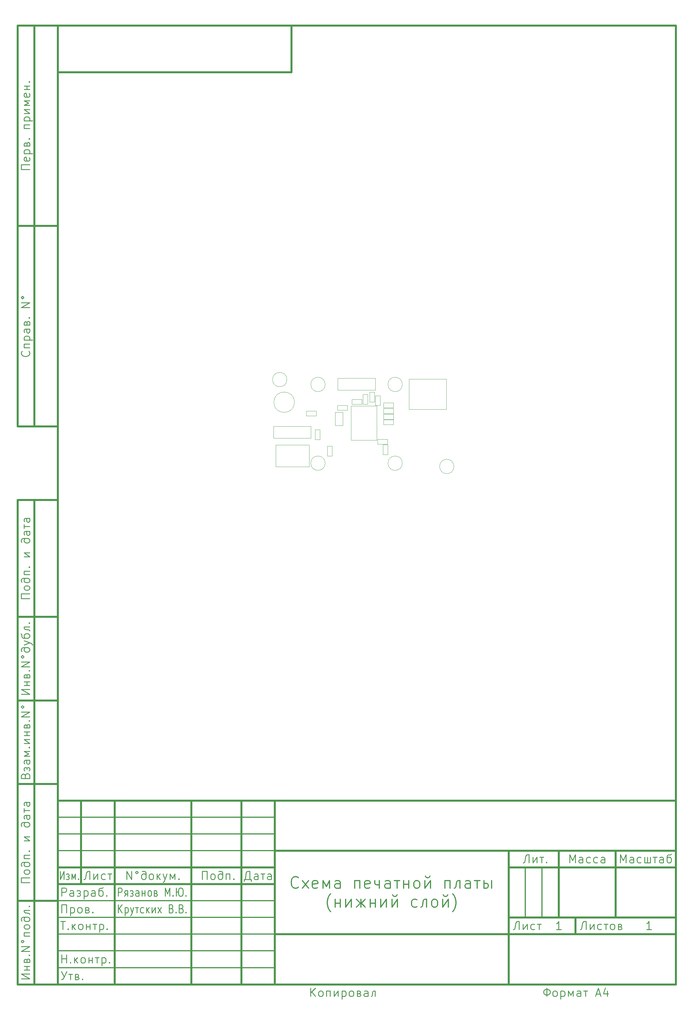
<source format=gbr>
%TF.GenerationSoftware,KiCad,Pcbnew,(6.0.0)*%
%TF.CreationDate,2022-01-12T10:47:11+03:00*%
%TF.ProjectId,Curse_PCB,43757273-655f-4504-9342-2e6b69636164,rev?*%
%TF.SameCoordinates,Original*%
%TF.FileFunction,Other,User*%
%FSLAX46Y46*%
G04 Gerber Fmt 4.6, Leading zero omitted, Abs format (unit mm)*
G04 Created by KiCad (PCBNEW (6.0.0)) date 2022-01-12 10:47:11*
%MOMM*%
%LPD*%
G01*
G04 APERTURE LIST*
%ADD10C,0.100000*%
%ADD11C,0.600000*%
%ADD12C,0.300000*%
%ADD13C,0.250000*%
%ADD14C,0.350000*%
%ADD15C,0.500000*%
%ADD16C,0.050000*%
G04 APERTURE END LIST*
D10*
D11*
X20000000Y-292002200D02*
X20000000Y-5000000D01*
X205007200Y-5000000D01*
X205007200Y-292002200D01*
X20000000Y-292002200D01*
D10*
D11*
X8000000Y-232002200D02*
X20000000Y-232002200D01*
D10*
D11*
X8000000Y-207002200D02*
X20000000Y-207002200D01*
D10*
D11*
X8000000Y-182002200D02*
X20000000Y-182002200D01*
D10*
D11*
X90000000Y-5000000D02*
X90000000Y-19000000D01*
D10*
D11*
X20000000Y-19000000D02*
X90000000Y-19000000D01*
D10*
D11*
X8000000Y-147002200D02*
X20000000Y-147002200D01*
D10*
D11*
X8000000Y-292002200D02*
X20000000Y-292002200D01*
D10*
D11*
X8000000Y-267002200D02*
X20000000Y-267002200D01*
D10*
D11*
X85007200Y-237002200D02*
X85007200Y-292002200D01*
D10*
D11*
X75007200Y-237002200D02*
X75007200Y-292002200D01*
D10*
D11*
X60007200Y-237002200D02*
X60007200Y-292002200D01*
D10*
D11*
X37007200Y-237002200D02*
X37007200Y-292002200D01*
D10*
D11*
X27007200Y-237002200D02*
X27007200Y-262002200D01*
D10*
D12*
X20007200Y-252002200D02*
X85007200Y-252002200D01*
D10*
D12*
X20007200Y-247002200D02*
X85007200Y-247002200D01*
D10*
D12*
X20007200Y-242002200D02*
X85007200Y-242002200D01*
D10*
D11*
X20007200Y-262002200D02*
X85007200Y-262002200D01*
D10*
D11*
X20007200Y-257002200D02*
X85007200Y-257002200D01*
D10*
D12*
X20007200Y-287002200D02*
X85007200Y-287002200D01*
D10*
D12*
X20007200Y-282002200D02*
X85007200Y-282002200D01*
D10*
D12*
X20007200Y-277002200D02*
X85007200Y-277002200D01*
D10*
D12*
X20007200Y-272002200D02*
X85007200Y-272002200D01*
D10*
D12*
X20007200Y-267002200D02*
X85007200Y-267002200D01*
D10*
D11*
X20007200Y-237002200D02*
X205007200Y-237002200D01*
D10*
D11*
X8000000Y-147002200D02*
X8000000Y-292002200D01*
D10*
D11*
X13000000Y-147002200D02*
X13000000Y-292002200D01*
D10*
D12*
X160007200Y-257002200D02*
X160007200Y-272002200D01*
D10*
D12*
X165007200Y-257002200D02*
X165007200Y-272002200D01*
D10*
D11*
X170007200Y-252002200D02*
X170007200Y-272002200D01*
D10*
D11*
X187007200Y-252002200D02*
X187007200Y-272002200D01*
D10*
D11*
X155007200Y-272002200D02*
X205007200Y-272002200D01*
D10*
D11*
X155007200Y-257002200D02*
X205007200Y-257002200D01*
D10*
D11*
X155007200Y-252002200D02*
X155007200Y-292002200D01*
D10*
D11*
X85007200Y-277002200D02*
X205007200Y-277002200D01*
D10*
D11*
X85007200Y-252002200D02*
X205007200Y-252002200D01*
D10*
D11*
X20007200Y-292002200D02*
X20007200Y-237002200D01*
D10*
D11*
X175007200Y-272002200D02*
X175007200Y-277002200D01*
D10*
D11*
X8000000Y-5002200D02*
X20000000Y-5002200D01*
D10*
D11*
X8000000Y-65002200D02*
X20000000Y-65002200D01*
D10*
D11*
X8000000Y-125002200D02*
X20000000Y-125002200D01*
D10*
D11*
X8000000Y-5002200D02*
X8000000Y-125002200D01*
D10*
D11*
X13000000Y-5002200D02*
X13000000Y-125002200D01*
D10*
D13*
X40709580Y-260633152D02*
X40709580Y-258133152D01*
X42138152Y-260633152D01*
X42138152Y-258133152D01*
X43685771Y-258133152D02*
X43447676Y-258252200D01*
X43328628Y-258490295D01*
X43447676Y-258728390D01*
X43685771Y-258847438D01*
X43923866Y-258728390D01*
X44042914Y-258490295D01*
X43923866Y-258252200D01*
X43685771Y-258133152D01*
X46423866Y-259204580D02*
X46304819Y-259085533D01*
X46066723Y-258966485D01*
X45590533Y-258966485D01*
X45352438Y-259085533D01*
X45233390Y-259204580D01*
X45114342Y-259442676D01*
X45114342Y-260156961D01*
X45233390Y-260395057D01*
X45352438Y-260514104D01*
X45590533Y-260633152D01*
X45947676Y-260633152D01*
X46185771Y-260514104D01*
X46304819Y-260395057D01*
X46423866Y-260156961D01*
X46423866Y-258609342D01*
X46304819Y-258371247D01*
X46185771Y-258252200D01*
X45947676Y-258133152D01*
X45471485Y-258133152D01*
X45233390Y-258252200D01*
X47852438Y-260633152D02*
X47614342Y-260514104D01*
X47495295Y-260395057D01*
X47376247Y-260156961D01*
X47376247Y-259442676D01*
X47495295Y-259204580D01*
X47614342Y-259085533D01*
X47852438Y-258966485D01*
X48209580Y-258966485D01*
X48447676Y-259085533D01*
X48566723Y-259204580D01*
X48685771Y-259442676D01*
X48685771Y-260156961D01*
X48566723Y-260395057D01*
X48447676Y-260514104D01*
X48209580Y-260633152D01*
X47852438Y-260633152D01*
X49757200Y-258966485D02*
X49757200Y-260633152D01*
X49995295Y-259680771D02*
X50709580Y-260633152D01*
X50709580Y-258966485D02*
X49757200Y-259918866D01*
X51542914Y-258966485D02*
X52138152Y-260633152D01*
X52733390Y-258966485D02*
X52138152Y-260633152D01*
X51900057Y-261228390D01*
X51781009Y-261347438D01*
X51542914Y-261466485D01*
X53685771Y-260633152D02*
X53685771Y-258966485D01*
X54400057Y-260276009D01*
X55114342Y-258966485D01*
X55114342Y-260633152D01*
X56304819Y-260395057D02*
X56423866Y-260514104D01*
X56304819Y-260633152D01*
X56185771Y-260514104D01*
X56304819Y-260395057D01*
X56304819Y-260633152D01*
D10*
D13*
X10321428Y-229561723D02*
X10440476Y-229204580D01*
X10559523Y-229085533D01*
X10797619Y-228966485D01*
X11154761Y-228966485D01*
X11392857Y-229085533D01*
X11511904Y-229204580D01*
X11630952Y-229442676D01*
X11630952Y-230395057D01*
X9130952Y-230395057D01*
X9130952Y-229561723D01*
X9250000Y-229323628D01*
X9369047Y-229204580D01*
X9607142Y-229085533D01*
X9845238Y-229085533D01*
X10083333Y-229204580D01*
X10202380Y-229323628D01*
X10321428Y-229561723D01*
X10321428Y-230395057D01*
X10797619Y-227656961D02*
X10797619Y-227418866D01*
X10083333Y-228133152D02*
X9964285Y-227895057D01*
X9964285Y-227418866D01*
X10083333Y-227180771D01*
X10321428Y-227061723D01*
X10440476Y-227061723D01*
X10678571Y-227180771D01*
X10797619Y-227418866D01*
X10916666Y-227180771D01*
X11154761Y-227061723D01*
X11273809Y-227061723D01*
X11511904Y-227180771D01*
X11630952Y-227418866D01*
X11630952Y-227895057D01*
X11511904Y-228133152D01*
X11630952Y-224918866D02*
X10321428Y-224918866D01*
X10083333Y-225037914D01*
X9964285Y-225276009D01*
X9964285Y-225752200D01*
X10083333Y-225990295D01*
X11511904Y-224918866D02*
X11630952Y-225156961D01*
X11630952Y-225752200D01*
X11511904Y-225990295D01*
X11273809Y-226109342D01*
X11035714Y-226109342D01*
X10797619Y-225990295D01*
X10678571Y-225752200D01*
X10678571Y-225156961D01*
X10559523Y-224918866D01*
X11630952Y-223728390D02*
X9964285Y-223728390D01*
X11273809Y-223014104D01*
X9964285Y-222299819D01*
X11630952Y-222299819D01*
X11392857Y-221109342D02*
X11511904Y-220990295D01*
X11630952Y-221109342D01*
X11511904Y-221228390D01*
X11392857Y-221109342D01*
X11630952Y-221109342D01*
X9964285Y-219918866D02*
X11630952Y-219918866D01*
X9964285Y-218728390D01*
X11630952Y-218728390D01*
X10797619Y-217537914D02*
X10797619Y-216466485D01*
X9964285Y-217537914D02*
X11630952Y-217537914D01*
X9964285Y-216466485D02*
X11630952Y-216466485D01*
X10797619Y-214680771D02*
X10916666Y-214323628D01*
X11154761Y-214204580D01*
X11273809Y-214204580D01*
X11511904Y-214323628D01*
X11630952Y-214561723D01*
X11630952Y-215276009D01*
X9964285Y-215276009D01*
X9964285Y-214680771D01*
X10083333Y-214442676D01*
X10321428Y-214323628D01*
X10440476Y-214323628D01*
X10678571Y-214442676D01*
X10797619Y-214680771D01*
X10797619Y-215276009D01*
X11392857Y-213133152D02*
X11511904Y-213014104D01*
X11630952Y-213133152D01*
X11511904Y-213252200D01*
X11392857Y-213133152D01*
X11630952Y-213133152D01*
X11630952Y-211942676D02*
X9130952Y-211942676D01*
X11630952Y-210514104D01*
X9130952Y-210514104D01*
X9130952Y-208966485D02*
X9250000Y-209204580D01*
X9488095Y-209323628D01*
X9726190Y-209204580D01*
X9845238Y-208966485D01*
X9726190Y-208728390D01*
X9488095Y-208609342D01*
X9250000Y-208728390D01*
X9130952Y-208966485D01*
D10*
D13*
X77983390Y-261228390D02*
X77983390Y-260633152D01*
X75840533Y-260633152D01*
X75840533Y-261228390D01*
X77507200Y-260633152D02*
X77507200Y-258133152D01*
X76911961Y-258133152D01*
X76673866Y-258252200D01*
X76554819Y-258371247D01*
X76435771Y-258609342D01*
X76197676Y-260633152D01*
X80007200Y-260633152D02*
X80007200Y-259323628D01*
X79888152Y-259085533D01*
X79650057Y-258966485D01*
X79173866Y-258966485D01*
X78935771Y-259085533D01*
X80007200Y-260514104D02*
X79769104Y-260633152D01*
X79173866Y-260633152D01*
X78935771Y-260514104D01*
X78816723Y-260276009D01*
X78816723Y-260037914D01*
X78935771Y-259799819D01*
X79173866Y-259680771D01*
X79769104Y-259680771D01*
X80007200Y-259561723D01*
X80840533Y-258966485D02*
X82031009Y-258966485D01*
X81435771Y-258966485D02*
X81435771Y-260633152D01*
X83935771Y-260633152D02*
X83935771Y-259323628D01*
X83816723Y-259085533D01*
X83578628Y-258966485D01*
X83102438Y-258966485D01*
X82864342Y-259085533D01*
X83935771Y-260514104D02*
X83697676Y-260633152D01*
X83102438Y-260633152D01*
X82864342Y-260514104D01*
X82745295Y-260276009D01*
X82745295Y-260037914D01*
X82864342Y-259799819D01*
X83102438Y-259680771D01*
X83697676Y-259680771D01*
X83935771Y-259561723D01*
D10*
D13*
X20822225Y-258133152D02*
X20822225Y-260633152D01*
X21896215Y-258133152D01*
X21896215Y-260633152D01*
X22970205Y-259799819D02*
X23149203Y-259799819D01*
X22612208Y-259085533D02*
X22791206Y-258966485D01*
X23149203Y-258966485D01*
X23328201Y-259085533D01*
X23417700Y-259323628D01*
X23417700Y-259442676D01*
X23328201Y-259680771D01*
X23149203Y-259799819D01*
X23328201Y-259918866D01*
X23417700Y-260156961D01*
X23417700Y-260276009D01*
X23328201Y-260514104D01*
X23149203Y-260633152D01*
X22791206Y-260633152D01*
X22612208Y-260514104D01*
X24223193Y-260633152D02*
X24223193Y-258966485D01*
X24760188Y-260276009D01*
X25297182Y-258966485D01*
X25297182Y-260633152D01*
X26192174Y-260395057D02*
X26281673Y-260514104D01*
X26192174Y-260633152D01*
X26102675Y-260514104D01*
X26192174Y-260395057D01*
X26192174Y-260633152D01*
D10*
D13*
X9130952Y-205156961D02*
X11630952Y-205156961D01*
X9130952Y-203728390D01*
X11630952Y-203728390D01*
X10797619Y-202537914D02*
X10797619Y-201466485D01*
X9964285Y-202537914D02*
X11630952Y-202537914D01*
X9964285Y-201466485D02*
X11630952Y-201466485D01*
X10797619Y-199680771D02*
X10916666Y-199323628D01*
X11154761Y-199204580D01*
X11273809Y-199204580D01*
X11511904Y-199323628D01*
X11630952Y-199561723D01*
X11630952Y-200276009D01*
X9964285Y-200276009D01*
X9964285Y-199680771D01*
X10083333Y-199442676D01*
X10321428Y-199323628D01*
X10440476Y-199323628D01*
X10678571Y-199442676D01*
X10797619Y-199680771D01*
X10797619Y-200276009D01*
X11392857Y-198133152D02*
X11511904Y-198014104D01*
X11630952Y-198133152D01*
X11511904Y-198252200D01*
X11392857Y-198133152D01*
X11630952Y-198133152D01*
X11630952Y-196942676D02*
X9130952Y-196942676D01*
X11630952Y-195514104D01*
X9130952Y-195514104D01*
X9130952Y-193966485D02*
X9250000Y-194204580D01*
X9488095Y-194323628D01*
X9726190Y-194204580D01*
X9845238Y-193966485D01*
X9726190Y-193728390D01*
X9488095Y-193609342D01*
X9250000Y-193728390D01*
X9130952Y-193966485D01*
X10202380Y-191228390D02*
X10083333Y-191347438D01*
X9964285Y-191585533D01*
X9964285Y-192061723D01*
X10083333Y-192299819D01*
X10202380Y-192418866D01*
X10440476Y-192537914D01*
X11154761Y-192537914D01*
X11392857Y-192418866D01*
X11511904Y-192299819D01*
X11630952Y-192061723D01*
X11630952Y-191704580D01*
X11511904Y-191466485D01*
X11392857Y-191347438D01*
X11154761Y-191228390D01*
X9607142Y-191228390D01*
X9369047Y-191347438D01*
X9250000Y-191466485D01*
X9130952Y-191704580D01*
X9130952Y-192180771D01*
X9250000Y-192418866D01*
X9964285Y-190395057D02*
X11630952Y-189799819D01*
X9964285Y-189204580D02*
X11630952Y-189799819D01*
X12226190Y-190037914D01*
X12345238Y-190156961D01*
X12464285Y-190395057D01*
X9011904Y-187061723D02*
X9130952Y-187180771D01*
X9250000Y-187418866D01*
X9250000Y-187895057D01*
X9369047Y-188133152D01*
X9488095Y-188252200D01*
X9726190Y-188371247D01*
X11154761Y-188371247D01*
X11392857Y-188252200D01*
X11511904Y-188133152D01*
X11630952Y-187895057D01*
X11630952Y-187537914D01*
X11511904Y-187299819D01*
X11392857Y-187180771D01*
X11154761Y-187061723D01*
X10440476Y-187061723D01*
X10202380Y-187180771D01*
X10083333Y-187299819D01*
X9964285Y-187537914D01*
X9964285Y-188014104D01*
X10083333Y-188252200D01*
X10202380Y-188371247D01*
X11630952Y-185037914D02*
X9964285Y-185037914D01*
X9964285Y-185395057D01*
X10083333Y-185633152D01*
X10321428Y-185752200D01*
X11273809Y-185871247D01*
X11511904Y-185990295D01*
X11630952Y-186228390D01*
X11392857Y-183847438D02*
X11511904Y-183728390D01*
X11630952Y-183847438D01*
X11511904Y-183966485D01*
X11392857Y-183847438D01*
X11630952Y-183847438D01*
D10*
D13*
X9130952Y-290335533D02*
X11630952Y-290335533D01*
X9130952Y-288906961D01*
X11630952Y-288906961D01*
X10797619Y-287716485D02*
X10797619Y-286645057D01*
X9964285Y-287716485D02*
X11630952Y-287716485D01*
X9964285Y-286645057D02*
X11630952Y-286645057D01*
X10797619Y-284859342D02*
X10916666Y-284502200D01*
X11154761Y-284383152D01*
X11273809Y-284383152D01*
X11511904Y-284502200D01*
X11630952Y-284740295D01*
X11630952Y-285454580D01*
X9964285Y-285454580D01*
X9964285Y-284859342D01*
X10083333Y-284621247D01*
X10321428Y-284502200D01*
X10440476Y-284502200D01*
X10678571Y-284621247D01*
X10797619Y-284859342D01*
X10797619Y-285454580D01*
X11392857Y-283311723D02*
X11511904Y-283192676D01*
X11630952Y-283311723D01*
X11511904Y-283430771D01*
X11392857Y-283311723D01*
X11630952Y-283311723D01*
X11630952Y-282121247D02*
X9130952Y-282121247D01*
X11630952Y-280692676D01*
X9130952Y-280692676D01*
X9130952Y-279145057D02*
X9250000Y-279383152D01*
X9488095Y-279502200D01*
X9726190Y-279383152D01*
X9845238Y-279145057D01*
X9726190Y-278906961D01*
X9488095Y-278787914D01*
X9250000Y-278906961D01*
X9130952Y-279145057D01*
X11630952Y-277597438D02*
X9964285Y-277597438D01*
X9964285Y-276526009D01*
X11630952Y-276526009D01*
X11630952Y-274978390D02*
X11511904Y-275216485D01*
X11392857Y-275335533D01*
X11154761Y-275454580D01*
X10440476Y-275454580D01*
X10202380Y-275335533D01*
X10083333Y-275216485D01*
X9964285Y-274978390D01*
X9964285Y-274621247D01*
X10083333Y-274383152D01*
X10202380Y-274264104D01*
X10440476Y-274145057D01*
X11154761Y-274145057D01*
X11392857Y-274264104D01*
X11511904Y-274383152D01*
X11630952Y-274621247D01*
X11630952Y-274978390D01*
X10202380Y-271883152D02*
X10083333Y-272002200D01*
X9964285Y-272240295D01*
X9964285Y-272716485D01*
X10083333Y-272954580D01*
X10202380Y-273073628D01*
X10440476Y-273192676D01*
X11154761Y-273192676D01*
X11392857Y-273073628D01*
X11511904Y-272954580D01*
X11630952Y-272716485D01*
X11630952Y-272359342D01*
X11511904Y-272121247D01*
X11392857Y-272002200D01*
X11154761Y-271883152D01*
X9607142Y-271883152D01*
X9369047Y-272002200D01*
X9250000Y-272121247D01*
X9130952Y-272359342D01*
X9130952Y-272835533D01*
X9250000Y-273073628D01*
X11630952Y-269859342D02*
X9964285Y-269859342D01*
X9964285Y-270216485D01*
X10083333Y-270454580D01*
X10321428Y-270573628D01*
X11273809Y-270692676D01*
X11511904Y-270811723D01*
X11630952Y-271049819D01*
X11392857Y-268668866D02*
X11511904Y-268549819D01*
X11630952Y-268668866D01*
X11511904Y-268787914D01*
X11392857Y-268668866D01*
X11630952Y-268668866D01*
D10*
D13*
X95727438Y-295633152D02*
X95727438Y-293133152D01*
X97156009Y-295633152D02*
X96084580Y-294204580D01*
X97156009Y-293133152D02*
X95727438Y-294561723D01*
X98584580Y-295633152D02*
X98346485Y-295514104D01*
X98227438Y-295395057D01*
X98108390Y-295156961D01*
X98108390Y-294442676D01*
X98227438Y-294204580D01*
X98346485Y-294085533D01*
X98584580Y-293966485D01*
X98941723Y-293966485D01*
X99179819Y-294085533D01*
X99298866Y-294204580D01*
X99417914Y-294442676D01*
X99417914Y-295156961D01*
X99298866Y-295395057D01*
X99179819Y-295514104D01*
X98941723Y-295633152D01*
X98584580Y-295633152D01*
X100489342Y-295633152D02*
X100489342Y-293966485D01*
X101560771Y-293966485D01*
X101560771Y-295633152D01*
X102751247Y-293966485D02*
X102751247Y-295633152D01*
X103941723Y-293966485D01*
X103941723Y-295633152D01*
X105132200Y-293966485D02*
X105132200Y-296466485D01*
X105132200Y-294085533D02*
X105370295Y-293966485D01*
X105846485Y-293966485D01*
X106084580Y-294085533D01*
X106203628Y-294204580D01*
X106322676Y-294442676D01*
X106322676Y-295156961D01*
X106203628Y-295395057D01*
X106084580Y-295514104D01*
X105846485Y-295633152D01*
X105370295Y-295633152D01*
X105132200Y-295514104D01*
X107751247Y-295633152D02*
X107513152Y-295514104D01*
X107394104Y-295395057D01*
X107275057Y-295156961D01*
X107275057Y-294442676D01*
X107394104Y-294204580D01*
X107513152Y-294085533D01*
X107751247Y-293966485D01*
X108108390Y-293966485D01*
X108346485Y-294085533D01*
X108465533Y-294204580D01*
X108584580Y-294442676D01*
X108584580Y-295156961D01*
X108465533Y-295395057D01*
X108346485Y-295514104D01*
X108108390Y-295633152D01*
X107751247Y-295633152D01*
X110251247Y-294799819D02*
X110608390Y-294918866D01*
X110727438Y-295156961D01*
X110727438Y-295276009D01*
X110608390Y-295514104D01*
X110370295Y-295633152D01*
X109656009Y-295633152D01*
X109656009Y-293966485D01*
X110251247Y-293966485D01*
X110489342Y-294085533D01*
X110608390Y-294323628D01*
X110608390Y-294442676D01*
X110489342Y-294680771D01*
X110251247Y-294799819D01*
X109656009Y-294799819D01*
X112870295Y-295633152D02*
X112870295Y-294323628D01*
X112751247Y-294085533D01*
X112513152Y-293966485D01*
X112036961Y-293966485D01*
X111798866Y-294085533D01*
X112870295Y-295514104D02*
X112632200Y-295633152D01*
X112036961Y-295633152D01*
X111798866Y-295514104D01*
X111679819Y-295276009D01*
X111679819Y-295037914D01*
X111798866Y-294799819D01*
X112036961Y-294680771D01*
X112632200Y-294680771D01*
X112870295Y-294561723D01*
X115013152Y-295633152D02*
X115013152Y-293966485D01*
X114656009Y-293966485D01*
X114417914Y-294085533D01*
X114298866Y-294323628D01*
X114179819Y-295276009D01*
X114060771Y-295514104D01*
X113822676Y-295633152D01*
D10*
D13*
X158156009Y-275633152D02*
X158156009Y-273133152D01*
X157798866Y-273133152D01*
X157441723Y-273252200D01*
X157203628Y-273490295D01*
X157084580Y-273847438D01*
X156846485Y-275276009D01*
X156727438Y-275514104D01*
X156489342Y-275633152D01*
X156370295Y-275633152D01*
X159346485Y-273966485D02*
X159346485Y-275633152D01*
X160536961Y-273966485D01*
X160536961Y-275633152D01*
X162798866Y-275514104D02*
X162560771Y-275633152D01*
X162084580Y-275633152D01*
X161846485Y-275514104D01*
X161727438Y-275395057D01*
X161608390Y-275156961D01*
X161608390Y-274442676D01*
X161727438Y-274204580D01*
X161846485Y-274085533D01*
X162084580Y-273966485D01*
X162560771Y-273966485D01*
X162798866Y-274085533D01*
X163513152Y-273966485D02*
X164703628Y-273966485D01*
X164108390Y-273966485D02*
X164108390Y-275633152D01*
D10*
D13*
X29626247Y-260633152D02*
X29626247Y-258133152D01*
X29269104Y-258133152D01*
X28911961Y-258252200D01*
X28673866Y-258490295D01*
X28554819Y-258847438D01*
X28316723Y-260276009D01*
X28197676Y-260514104D01*
X27959580Y-260633152D01*
X27840533Y-260633152D01*
X30816723Y-258966485D02*
X30816723Y-260633152D01*
X32007200Y-258966485D01*
X32007200Y-260633152D01*
X34269104Y-260514104D02*
X34031009Y-260633152D01*
X33554819Y-260633152D01*
X33316723Y-260514104D01*
X33197676Y-260395057D01*
X33078628Y-260156961D01*
X33078628Y-259442676D01*
X33197676Y-259204580D01*
X33316723Y-259085533D01*
X33554819Y-258966485D01*
X34031009Y-258966485D01*
X34269104Y-259085533D01*
X34983390Y-258966485D02*
X36173866Y-258966485D01*
X35578628Y-258966485D02*
X35578628Y-260633152D01*
D10*
D13*
X178156009Y-275633152D02*
X178156009Y-273133152D01*
X177798866Y-273133152D01*
X177441723Y-273252200D01*
X177203628Y-273490295D01*
X177084580Y-273847438D01*
X176846485Y-275276009D01*
X176727438Y-275514104D01*
X176489342Y-275633152D01*
X176370295Y-275633152D01*
X179346485Y-273966485D02*
X179346485Y-275633152D01*
X180536961Y-273966485D01*
X180536961Y-275633152D01*
X182798866Y-275514104D02*
X182560771Y-275633152D01*
X182084580Y-275633152D01*
X181846485Y-275514104D01*
X181727438Y-275395057D01*
X181608390Y-275156961D01*
X181608390Y-274442676D01*
X181727438Y-274204580D01*
X181846485Y-274085533D01*
X182084580Y-273966485D01*
X182560771Y-273966485D01*
X182798866Y-274085533D01*
X183513152Y-273966485D02*
X184703628Y-273966485D01*
X184108390Y-273966485D02*
X184108390Y-275633152D01*
X185894104Y-275633152D02*
X185656009Y-275514104D01*
X185536961Y-275395057D01*
X185417914Y-275156961D01*
X185417914Y-274442676D01*
X185536961Y-274204580D01*
X185656009Y-274085533D01*
X185894104Y-273966485D01*
X186251247Y-273966485D01*
X186489342Y-274085533D01*
X186608390Y-274204580D01*
X186727438Y-274442676D01*
X186727438Y-275156961D01*
X186608390Y-275395057D01*
X186489342Y-275514104D01*
X186251247Y-275633152D01*
X185894104Y-275633152D01*
X188394104Y-274799819D02*
X188751247Y-274918866D01*
X188870295Y-275156961D01*
X188870295Y-275276009D01*
X188751247Y-275514104D01*
X188513152Y-275633152D01*
X187798866Y-275633152D01*
X187798866Y-273966485D01*
X188394104Y-273966485D01*
X188632200Y-274085533D01*
X188751247Y-274323628D01*
X188751247Y-274442676D01*
X188632200Y-274680771D01*
X188394104Y-274799819D01*
X187798866Y-274799819D01*
D10*
D13*
X161102438Y-255633152D02*
X161102438Y-253133152D01*
X160745295Y-253133152D01*
X160388152Y-253252200D01*
X160150057Y-253490295D01*
X160031009Y-253847438D01*
X159792914Y-255276009D01*
X159673866Y-255514104D01*
X159435771Y-255633152D01*
X159316723Y-255633152D01*
X162292914Y-253966485D02*
X162292914Y-255633152D01*
X163483390Y-253966485D01*
X163483390Y-255633152D01*
X164316723Y-253966485D02*
X165507200Y-253966485D01*
X164911961Y-253966485D02*
X164911961Y-255633152D01*
X166340533Y-255395057D02*
X166459580Y-255514104D01*
X166340533Y-255633152D01*
X166221485Y-255514104D01*
X166340533Y-255395057D01*
X166340533Y-255633152D01*
D10*
D13*
X173269104Y-255633152D02*
X173269104Y-253133152D01*
X174102438Y-254918866D01*
X174935771Y-253133152D01*
X174935771Y-255633152D01*
X177197676Y-255633152D02*
X177197676Y-254323628D01*
X177078628Y-254085533D01*
X176840533Y-253966485D01*
X176364342Y-253966485D01*
X176126247Y-254085533D01*
X177197676Y-255514104D02*
X176959580Y-255633152D01*
X176364342Y-255633152D01*
X176126247Y-255514104D01*
X176007200Y-255276009D01*
X176007200Y-255037914D01*
X176126247Y-254799819D01*
X176364342Y-254680771D01*
X176959580Y-254680771D01*
X177197676Y-254561723D01*
X179459580Y-255514104D02*
X179221485Y-255633152D01*
X178745295Y-255633152D01*
X178507200Y-255514104D01*
X178388152Y-255395057D01*
X178269104Y-255156961D01*
X178269104Y-254442676D01*
X178388152Y-254204580D01*
X178507200Y-254085533D01*
X178745295Y-253966485D01*
X179221485Y-253966485D01*
X179459580Y-254085533D01*
X181602438Y-255514104D02*
X181364342Y-255633152D01*
X180888152Y-255633152D01*
X180650057Y-255514104D01*
X180531009Y-255395057D01*
X180411961Y-255156961D01*
X180411961Y-254442676D01*
X180531009Y-254204580D01*
X180650057Y-254085533D01*
X180888152Y-253966485D01*
X181364342Y-253966485D01*
X181602438Y-254085533D01*
X183745295Y-255633152D02*
X183745295Y-254323628D01*
X183626247Y-254085533D01*
X183388152Y-253966485D01*
X182911961Y-253966485D01*
X182673866Y-254085533D01*
X183745295Y-255514104D02*
X183507200Y-255633152D01*
X182911961Y-255633152D01*
X182673866Y-255514104D01*
X182554819Y-255276009D01*
X182554819Y-255037914D01*
X182673866Y-254799819D01*
X182911961Y-254680771D01*
X183507200Y-254680771D01*
X183745295Y-254561723D01*
D10*
D13*
X188447676Y-255633152D02*
X188447676Y-253133152D01*
X189281009Y-254918866D01*
X190114342Y-253133152D01*
X190114342Y-255633152D01*
X192376247Y-255633152D02*
X192376247Y-254323628D01*
X192257200Y-254085533D01*
X192019104Y-253966485D01*
X191542914Y-253966485D01*
X191304819Y-254085533D01*
X192376247Y-255514104D02*
X192138152Y-255633152D01*
X191542914Y-255633152D01*
X191304819Y-255514104D01*
X191185771Y-255276009D01*
X191185771Y-255037914D01*
X191304819Y-254799819D01*
X191542914Y-254680771D01*
X192138152Y-254680771D01*
X192376247Y-254561723D01*
X194638152Y-255514104D02*
X194400057Y-255633152D01*
X193923866Y-255633152D01*
X193685771Y-255514104D01*
X193566723Y-255395057D01*
X193447676Y-255156961D01*
X193447676Y-254442676D01*
X193566723Y-254204580D01*
X193685771Y-254085533D01*
X193923866Y-253966485D01*
X194400057Y-253966485D01*
X194638152Y-254085533D01*
X196542914Y-253966485D02*
X196542914Y-255633152D01*
X195709580Y-253966485D02*
X195709580Y-255633152D01*
X197376247Y-255633152D01*
X197376247Y-253966485D01*
X198209580Y-253966485D02*
X199400057Y-253966485D01*
X198804819Y-253966485D02*
X198804819Y-255633152D01*
X201304819Y-255633152D02*
X201304819Y-254323628D01*
X201185771Y-254085533D01*
X200947676Y-253966485D01*
X200471485Y-253966485D01*
X200233390Y-254085533D01*
X201304819Y-255514104D02*
X201066723Y-255633152D01*
X200471485Y-255633152D01*
X200233390Y-255514104D01*
X200114342Y-255276009D01*
X200114342Y-255037914D01*
X200233390Y-254799819D01*
X200471485Y-254680771D01*
X201066723Y-254680771D01*
X201304819Y-254561723D01*
X203685771Y-253014104D02*
X203566723Y-253133152D01*
X203328628Y-253252200D01*
X202852438Y-253252200D01*
X202614342Y-253371247D01*
X202495295Y-253490295D01*
X202376247Y-253728390D01*
X202376247Y-255156961D01*
X202495295Y-255395057D01*
X202614342Y-255514104D01*
X202852438Y-255633152D01*
X203209580Y-255633152D01*
X203447676Y-255514104D01*
X203566723Y-255395057D01*
X203685771Y-255156961D01*
X203685771Y-254442676D01*
X203566723Y-254204580D01*
X203447676Y-254085533D01*
X203209580Y-253966485D01*
X202733390Y-253966485D01*
X202495295Y-254085533D01*
X202376247Y-254204580D01*
D10*
D13*
X21227438Y-285633152D02*
X21227438Y-283133152D01*
X21227438Y-284323628D02*
X22656009Y-284323628D01*
X22656009Y-285633152D02*
X22656009Y-283133152D01*
X23846485Y-285395057D02*
X23965533Y-285514104D01*
X23846485Y-285633152D01*
X23727438Y-285514104D01*
X23846485Y-285395057D01*
X23846485Y-285633152D01*
X25036961Y-283966485D02*
X25036961Y-285633152D01*
X25275057Y-284680771D02*
X25989342Y-285633152D01*
X25989342Y-283966485D02*
X25036961Y-284918866D01*
X27417914Y-285633152D02*
X27179819Y-285514104D01*
X27060771Y-285395057D01*
X26941723Y-285156961D01*
X26941723Y-284442676D01*
X27060771Y-284204580D01*
X27179819Y-284085533D01*
X27417914Y-283966485D01*
X27775057Y-283966485D01*
X28013152Y-284085533D01*
X28132200Y-284204580D01*
X28251247Y-284442676D01*
X28251247Y-285156961D01*
X28132200Y-285395057D01*
X28013152Y-285514104D01*
X27775057Y-285633152D01*
X27417914Y-285633152D01*
X29322676Y-284799819D02*
X30394104Y-284799819D01*
X29322676Y-283966485D02*
X29322676Y-285633152D01*
X30394104Y-283966485D02*
X30394104Y-285633152D01*
X31227438Y-283966485D02*
X32417914Y-283966485D01*
X31822676Y-283966485D02*
X31822676Y-285633152D01*
X33251247Y-283966485D02*
X33251247Y-286466485D01*
X33251247Y-284085533D02*
X33489342Y-283966485D01*
X33965533Y-283966485D01*
X34203628Y-284085533D01*
X34322676Y-284204580D01*
X34441723Y-284442676D01*
X34441723Y-285156961D01*
X34322676Y-285395057D01*
X34203628Y-285514104D01*
X33965533Y-285633152D01*
X33489342Y-285633152D01*
X33251247Y-285514104D01*
X35513152Y-285395057D02*
X35632200Y-285514104D01*
X35513152Y-285633152D01*
X35394104Y-285514104D01*
X35513152Y-285395057D01*
X35513152Y-285633152D01*
D10*
D13*
X11630952Y-48097438D02*
X9130952Y-48097438D01*
X9130952Y-46668866D01*
X11630952Y-46668866D01*
X11511904Y-44526009D02*
X11630952Y-44764104D01*
X11630952Y-45240295D01*
X11511904Y-45478390D01*
X11273809Y-45597438D01*
X10321428Y-45597438D01*
X10083333Y-45478390D01*
X9964285Y-45240295D01*
X9964285Y-44764104D01*
X10083333Y-44526009D01*
X10321428Y-44406961D01*
X10559523Y-44406961D01*
X10797619Y-45597438D01*
X9964285Y-43335533D02*
X12464285Y-43335533D01*
X10083333Y-43335533D02*
X9964285Y-43097438D01*
X9964285Y-42621247D01*
X10083333Y-42383152D01*
X10202380Y-42264104D01*
X10440476Y-42145057D01*
X11154761Y-42145057D01*
X11392857Y-42264104D01*
X11511904Y-42383152D01*
X11630952Y-42621247D01*
X11630952Y-43097438D01*
X11511904Y-43335533D01*
X10797619Y-40478390D02*
X10916666Y-40121247D01*
X11154761Y-40002200D01*
X11273809Y-40002200D01*
X11511904Y-40121247D01*
X11630952Y-40359342D01*
X11630952Y-41073628D01*
X9964285Y-41073628D01*
X9964285Y-40478390D01*
X10083333Y-40240295D01*
X10321428Y-40121247D01*
X10440476Y-40121247D01*
X10678571Y-40240295D01*
X10797619Y-40478390D01*
X10797619Y-41073628D01*
X11392857Y-38930771D02*
X11511904Y-38811723D01*
X11630952Y-38930771D01*
X11511904Y-39049819D01*
X11392857Y-38930771D01*
X11630952Y-38930771D01*
X11630952Y-35835533D02*
X9964285Y-35835533D01*
X9964285Y-34764104D01*
X11630952Y-34764104D01*
X9964285Y-33573628D02*
X12464285Y-33573628D01*
X10083333Y-33573628D02*
X9964285Y-33335533D01*
X9964285Y-32859342D01*
X10083333Y-32621247D01*
X10202380Y-32502200D01*
X10440476Y-32383152D01*
X11154761Y-32383152D01*
X11392857Y-32502200D01*
X11511904Y-32621247D01*
X11630952Y-32859342D01*
X11630952Y-33335533D01*
X11511904Y-33573628D01*
X9964285Y-31311723D02*
X11630952Y-31311723D01*
X9964285Y-30121247D01*
X11630952Y-30121247D01*
X11630952Y-28930771D02*
X9964285Y-28930771D01*
X11273809Y-28216485D01*
X9964285Y-27502200D01*
X11630952Y-27502200D01*
X11511904Y-25359342D02*
X11630952Y-25597438D01*
X11630952Y-26073628D01*
X11511904Y-26311723D01*
X11273809Y-26430771D01*
X10321428Y-26430771D01*
X10083333Y-26311723D01*
X9964285Y-26073628D01*
X9964285Y-25597438D01*
X10083333Y-25359342D01*
X10321428Y-25240295D01*
X10559523Y-25240295D01*
X10797619Y-26430771D01*
X10797619Y-24168866D02*
X10797619Y-23097438D01*
X9964285Y-24168866D02*
X11630952Y-24168866D01*
X9964285Y-23097438D02*
X11630952Y-23097438D01*
X11392857Y-21906961D02*
X11511904Y-21787914D01*
X11630952Y-21906961D01*
X11511904Y-22026009D01*
X11392857Y-21906961D01*
X11630952Y-21906961D01*
D10*
D13*
X11630952Y-261526009D02*
X9130952Y-261526009D01*
X9130952Y-260097438D01*
X11630952Y-260097438D01*
X11630952Y-258549819D02*
X11511904Y-258787914D01*
X11392857Y-258906961D01*
X11154761Y-259026009D01*
X10440476Y-259026009D01*
X10202380Y-258906961D01*
X10083333Y-258787914D01*
X9964285Y-258549819D01*
X9964285Y-258192676D01*
X10083333Y-257954580D01*
X10202380Y-257835533D01*
X10440476Y-257716485D01*
X11154761Y-257716485D01*
X11392857Y-257835533D01*
X11511904Y-257954580D01*
X11630952Y-258192676D01*
X11630952Y-258549819D01*
X10202380Y-255454580D02*
X10083333Y-255573628D01*
X9964285Y-255811723D01*
X9964285Y-256287914D01*
X10083333Y-256526009D01*
X10202380Y-256645057D01*
X10440476Y-256764104D01*
X11154761Y-256764104D01*
X11392857Y-256645057D01*
X11511904Y-256526009D01*
X11630952Y-256287914D01*
X11630952Y-255930771D01*
X11511904Y-255692676D01*
X11392857Y-255573628D01*
X11154761Y-255454580D01*
X9607142Y-255454580D01*
X9369047Y-255573628D01*
X9250000Y-255692676D01*
X9130952Y-255930771D01*
X9130952Y-256406961D01*
X9250000Y-256645057D01*
X11630952Y-254383152D02*
X9964285Y-254383152D01*
X9964285Y-253311723D01*
X11630952Y-253311723D01*
X11392857Y-252121247D02*
X11511904Y-252002200D01*
X11630952Y-252121247D01*
X11511904Y-252240295D01*
X11392857Y-252121247D01*
X11630952Y-252121247D01*
X9964285Y-249026009D02*
X11630952Y-249026009D01*
X9964285Y-247835533D01*
X11630952Y-247835533D01*
X10202380Y-243549819D02*
X10083333Y-243668866D01*
X9964285Y-243906961D01*
X9964285Y-244383152D01*
X10083333Y-244621247D01*
X10202380Y-244740295D01*
X10440476Y-244859342D01*
X11154761Y-244859342D01*
X11392857Y-244740295D01*
X11511904Y-244621247D01*
X11630952Y-244383152D01*
X11630952Y-244026009D01*
X11511904Y-243787914D01*
X11392857Y-243668866D01*
X11154761Y-243549819D01*
X9607142Y-243549819D01*
X9369047Y-243668866D01*
X9250000Y-243787914D01*
X9130952Y-244026009D01*
X9130952Y-244502200D01*
X9250000Y-244740295D01*
X11630952Y-241406961D02*
X10321428Y-241406961D01*
X10083333Y-241526009D01*
X9964285Y-241764104D01*
X9964285Y-242240295D01*
X10083333Y-242478390D01*
X11511904Y-241406961D02*
X11630952Y-241645057D01*
X11630952Y-242240295D01*
X11511904Y-242478390D01*
X11273809Y-242597438D01*
X11035714Y-242597438D01*
X10797619Y-242478390D01*
X10678571Y-242240295D01*
X10678571Y-241645057D01*
X10559523Y-241406961D01*
X9964285Y-240573628D02*
X9964285Y-239383152D01*
X9964285Y-239978390D02*
X11630952Y-239978390D01*
X11630952Y-237478390D02*
X10321428Y-237478390D01*
X10083333Y-237597438D01*
X9964285Y-237835533D01*
X9964285Y-238311723D01*
X10083333Y-238549819D01*
X11511904Y-237478390D02*
X11630952Y-237716485D01*
X11630952Y-238311723D01*
X11511904Y-238549819D01*
X11273809Y-238668866D01*
X11035714Y-238668866D01*
X10797619Y-238549819D01*
X10678571Y-238311723D01*
X10678571Y-237716485D01*
X10559523Y-237478390D01*
D10*
D13*
X11630952Y-176526009D02*
X9130952Y-176526009D01*
X9130952Y-175097438D01*
X11630952Y-175097438D01*
X11630952Y-173549819D02*
X11511904Y-173787914D01*
X11392857Y-173906961D01*
X11154761Y-174026009D01*
X10440476Y-174026009D01*
X10202380Y-173906961D01*
X10083333Y-173787914D01*
X9964285Y-173549819D01*
X9964285Y-173192676D01*
X10083333Y-172954580D01*
X10202380Y-172835533D01*
X10440476Y-172716485D01*
X11154761Y-172716485D01*
X11392857Y-172835533D01*
X11511904Y-172954580D01*
X11630952Y-173192676D01*
X11630952Y-173549819D01*
X10202380Y-170454580D02*
X10083333Y-170573628D01*
X9964285Y-170811723D01*
X9964285Y-171287914D01*
X10083333Y-171526009D01*
X10202380Y-171645057D01*
X10440476Y-171764104D01*
X11154761Y-171764104D01*
X11392857Y-171645057D01*
X11511904Y-171526009D01*
X11630952Y-171287914D01*
X11630952Y-170930771D01*
X11511904Y-170692676D01*
X11392857Y-170573628D01*
X11154761Y-170454580D01*
X9607142Y-170454580D01*
X9369047Y-170573628D01*
X9250000Y-170692676D01*
X9130952Y-170930771D01*
X9130952Y-171406961D01*
X9250000Y-171645057D01*
X11630952Y-169383152D02*
X9964285Y-169383152D01*
X9964285Y-168311723D01*
X11630952Y-168311723D01*
X11392857Y-167121247D02*
X11511904Y-167002200D01*
X11630952Y-167121247D01*
X11511904Y-167240295D01*
X11392857Y-167121247D01*
X11630952Y-167121247D01*
X9964285Y-164026009D02*
X11630952Y-164026009D01*
X9964285Y-162835533D01*
X11630952Y-162835533D01*
X10202380Y-158549819D02*
X10083333Y-158668866D01*
X9964285Y-158906961D01*
X9964285Y-159383152D01*
X10083333Y-159621247D01*
X10202380Y-159740295D01*
X10440476Y-159859342D01*
X11154761Y-159859342D01*
X11392857Y-159740295D01*
X11511904Y-159621247D01*
X11630952Y-159383152D01*
X11630952Y-159026009D01*
X11511904Y-158787914D01*
X11392857Y-158668866D01*
X11154761Y-158549819D01*
X9607142Y-158549819D01*
X9369047Y-158668866D01*
X9250000Y-158787914D01*
X9130952Y-159026009D01*
X9130952Y-159502200D01*
X9250000Y-159740295D01*
X11630952Y-156406961D02*
X10321428Y-156406961D01*
X10083333Y-156526009D01*
X9964285Y-156764104D01*
X9964285Y-157240295D01*
X10083333Y-157478390D01*
X11511904Y-156406961D02*
X11630952Y-156645057D01*
X11630952Y-157240295D01*
X11511904Y-157478390D01*
X11273809Y-157597438D01*
X11035714Y-157597438D01*
X10797619Y-157478390D01*
X10678571Y-157240295D01*
X10678571Y-156645057D01*
X10559523Y-156406961D01*
X9964285Y-155573628D02*
X9964285Y-154383152D01*
X9964285Y-154978390D02*
X11630952Y-154978390D01*
X11630952Y-152478390D02*
X10321428Y-152478390D01*
X10083333Y-152597438D01*
X9964285Y-152835533D01*
X9964285Y-153311723D01*
X10083333Y-153549819D01*
X11511904Y-152478390D02*
X11630952Y-152716485D01*
X11630952Y-153311723D01*
X11511904Y-153549819D01*
X11273809Y-153668866D01*
X11035714Y-153668866D01*
X10797619Y-153549819D01*
X10678571Y-153311723D01*
X10678571Y-152716485D01*
X10559523Y-152478390D01*
D10*
D13*
X63304819Y-260633152D02*
X63304819Y-258133152D01*
X64733390Y-258133152D01*
X64733390Y-260633152D01*
X66281009Y-260633152D02*
X66042914Y-260514104D01*
X65923866Y-260395057D01*
X65804819Y-260156961D01*
X65804819Y-259442676D01*
X65923866Y-259204580D01*
X66042914Y-259085533D01*
X66281009Y-258966485D01*
X66638152Y-258966485D01*
X66876247Y-259085533D01*
X66995295Y-259204580D01*
X67114342Y-259442676D01*
X67114342Y-260156961D01*
X66995295Y-260395057D01*
X66876247Y-260514104D01*
X66638152Y-260633152D01*
X66281009Y-260633152D01*
X69376247Y-259204580D02*
X69257200Y-259085533D01*
X69019104Y-258966485D01*
X68542914Y-258966485D01*
X68304819Y-259085533D01*
X68185771Y-259204580D01*
X68066723Y-259442676D01*
X68066723Y-260156961D01*
X68185771Y-260395057D01*
X68304819Y-260514104D01*
X68542914Y-260633152D01*
X68900057Y-260633152D01*
X69138152Y-260514104D01*
X69257200Y-260395057D01*
X69376247Y-260156961D01*
X69376247Y-258609342D01*
X69257200Y-258371247D01*
X69138152Y-258252200D01*
X68900057Y-258133152D01*
X68423866Y-258133152D01*
X68185771Y-258252200D01*
X70447676Y-260633152D02*
X70447676Y-258966485D01*
X71519104Y-258966485D01*
X71519104Y-260633152D01*
X72709580Y-260395057D02*
X72828628Y-260514104D01*
X72709580Y-260633152D01*
X72590533Y-260514104D01*
X72709580Y-260395057D01*
X72709580Y-260633152D01*
D10*
D13*
X21227438Y-270633152D02*
X21227438Y-268133152D01*
X22656009Y-268133152D01*
X22656009Y-270633152D01*
X23846485Y-268966485D02*
X23846485Y-271466485D01*
X23846485Y-269085533D02*
X24084580Y-268966485D01*
X24560771Y-268966485D01*
X24798866Y-269085533D01*
X24917914Y-269204580D01*
X25036961Y-269442676D01*
X25036961Y-270156961D01*
X24917914Y-270395057D01*
X24798866Y-270514104D01*
X24560771Y-270633152D01*
X24084580Y-270633152D01*
X23846485Y-270514104D01*
X26465533Y-270633152D02*
X26227438Y-270514104D01*
X26108390Y-270395057D01*
X25989342Y-270156961D01*
X25989342Y-269442676D01*
X26108390Y-269204580D01*
X26227438Y-269085533D01*
X26465533Y-268966485D01*
X26822676Y-268966485D01*
X27060771Y-269085533D01*
X27179819Y-269204580D01*
X27298866Y-269442676D01*
X27298866Y-270156961D01*
X27179819Y-270395057D01*
X27060771Y-270514104D01*
X26822676Y-270633152D01*
X26465533Y-270633152D01*
X28965533Y-269799819D02*
X29322676Y-269918866D01*
X29441723Y-270156961D01*
X29441723Y-270276009D01*
X29322676Y-270514104D01*
X29084580Y-270633152D01*
X28370295Y-270633152D01*
X28370295Y-268966485D01*
X28965533Y-268966485D01*
X29203628Y-269085533D01*
X29322676Y-269323628D01*
X29322676Y-269442676D01*
X29203628Y-269680771D01*
X28965533Y-269799819D01*
X28370295Y-269799819D01*
X30513152Y-270395057D02*
X30632200Y-270514104D01*
X30513152Y-270633152D01*
X30394104Y-270514104D01*
X30513152Y-270395057D01*
X30513152Y-270633152D01*
D10*
D13*
X21227438Y-265633152D02*
X21227438Y-263133152D01*
X22179819Y-263133152D01*
X22417914Y-263252200D01*
X22536961Y-263371247D01*
X22656009Y-263609342D01*
X22656009Y-263966485D01*
X22536961Y-264204580D01*
X22417914Y-264323628D01*
X22179819Y-264442676D01*
X21227438Y-264442676D01*
X24798866Y-265633152D02*
X24798866Y-264323628D01*
X24679819Y-264085533D01*
X24441723Y-263966485D01*
X23965533Y-263966485D01*
X23727438Y-264085533D01*
X24798866Y-265514104D02*
X24560771Y-265633152D01*
X23965533Y-265633152D01*
X23727438Y-265514104D01*
X23608390Y-265276009D01*
X23608390Y-265037914D01*
X23727438Y-264799819D01*
X23965533Y-264680771D01*
X24560771Y-264680771D01*
X24798866Y-264561723D01*
X26227438Y-264799819D02*
X26465533Y-264799819D01*
X25751247Y-264085533D02*
X25989342Y-263966485D01*
X26465533Y-263966485D01*
X26703628Y-264085533D01*
X26822676Y-264323628D01*
X26822676Y-264442676D01*
X26703628Y-264680771D01*
X26465533Y-264799819D01*
X26703628Y-264918866D01*
X26822676Y-265156961D01*
X26822676Y-265276009D01*
X26703628Y-265514104D01*
X26465533Y-265633152D01*
X25989342Y-265633152D01*
X25751247Y-265514104D01*
X27894104Y-263966485D02*
X27894104Y-266466485D01*
X27894104Y-264085533D02*
X28132200Y-263966485D01*
X28608390Y-263966485D01*
X28846485Y-264085533D01*
X28965533Y-264204580D01*
X29084580Y-264442676D01*
X29084580Y-265156961D01*
X28965533Y-265395057D01*
X28846485Y-265514104D01*
X28608390Y-265633152D01*
X28132200Y-265633152D01*
X27894104Y-265514104D01*
X31227438Y-265633152D02*
X31227438Y-264323628D01*
X31108390Y-264085533D01*
X30870295Y-263966485D01*
X30394104Y-263966485D01*
X30156009Y-264085533D01*
X31227438Y-265514104D02*
X30989342Y-265633152D01*
X30394104Y-265633152D01*
X30156009Y-265514104D01*
X30036961Y-265276009D01*
X30036961Y-265037914D01*
X30156009Y-264799819D01*
X30394104Y-264680771D01*
X30989342Y-264680771D01*
X31227438Y-264561723D01*
X33608390Y-263014104D02*
X33489342Y-263133152D01*
X33251247Y-263252200D01*
X32775057Y-263252200D01*
X32536961Y-263371247D01*
X32417914Y-263490295D01*
X32298866Y-263728390D01*
X32298866Y-265156961D01*
X32417914Y-265395057D01*
X32536961Y-265514104D01*
X32775057Y-265633152D01*
X33132200Y-265633152D01*
X33370295Y-265514104D01*
X33489342Y-265395057D01*
X33608390Y-265156961D01*
X33608390Y-264442676D01*
X33489342Y-264204580D01*
X33370295Y-264085533D01*
X33132200Y-263966485D01*
X32656009Y-263966485D01*
X32417914Y-264085533D01*
X32298866Y-264204580D01*
X34679819Y-265395057D02*
X34798866Y-265514104D01*
X34679819Y-265633152D01*
X34560771Y-265514104D01*
X34679819Y-265395057D01*
X34679819Y-265633152D01*
D10*
D13*
X11392857Y-102502200D02*
X11511904Y-102621247D01*
X11630952Y-102978390D01*
X11630952Y-103216485D01*
X11511904Y-103573628D01*
X11273809Y-103811723D01*
X11035714Y-103930771D01*
X10559523Y-104049819D01*
X10202380Y-104049819D01*
X9726190Y-103930771D01*
X9488095Y-103811723D01*
X9250000Y-103573628D01*
X9130952Y-103216485D01*
X9130952Y-102978390D01*
X9250000Y-102621247D01*
X9369047Y-102502200D01*
X11630952Y-101430771D02*
X9964285Y-101430771D01*
X9964285Y-100359342D01*
X11630952Y-100359342D01*
X9964285Y-99168866D02*
X12464285Y-99168866D01*
X10083333Y-99168866D02*
X9964285Y-98930771D01*
X9964285Y-98454580D01*
X10083333Y-98216485D01*
X10202380Y-98097438D01*
X10440476Y-97978390D01*
X11154761Y-97978390D01*
X11392857Y-98097438D01*
X11511904Y-98216485D01*
X11630952Y-98454580D01*
X11630952Y-98930771D01*
X11511904Y-99168866D01*
X11630952Y-95835533D02*
X10321428Y-95835533D01*
X10083333Y-95954580D01*
X9964285Y-96192676D01*
X9964285Y-96668866D01*
X10083333Y-96906961D01*
X11511904Y-95835533D02*
X11630952Y-96073628D01*
X11630952Y-96668866D01*
X11511904Y-96906961D01*
X11273809Y-97026009D01*
X11035714Y-97026009D01*
X10797619Y-96906961D01*
X10678571Y-96668866D01*
X10678571Y-96073628D01*
X10559523Y-95835533D01*
X10797619Y-94049819D02*
X10916666Y-93692676D01*
X11154761Y-93573628D01*
X11273809Y-93573628D01*
X11511904Y-93692676D01*
X11630952Y-93930771D01*
X11630952Y-94645057D01*
X9964285Y-94645057D01*
X9964285Y-94049819D01*
X10083333Y-93811723D01*
X10321428Y-93692676D01*
X10440476Y-93692676D01*
X10678571Y-93811723D01*
X10797619Y-94049819D01*
X10797619Y-94645057D01*
X11392857Y-92502200D02*
X11511904Y-92383152D01*
X11630952Y-92502200D01*
X11511904Y-92621247D01*
X11392857Y-92502200D01*
X11630952Y-92502200D01*
X11630952Y-89406961D02*
X9130952Y-89406961D01*
X11630952Y-87978390D01*
X9130952Y-87978390D01*
X9130952Y-86430771D02*
X9250000Y-86668866D01*
X9488095Y-86787914D01*
X9726190Y-86668866D01*
X9845238Y-86430771D01*
X9726190Y-86192676D01*
X9488095Y-86073628D01*
X9250000Y-86192676D01*
X9130952Y-86430771D01*
D10*
D13*
X20870295Y-273133152D02*
X22298866Y-273133152D01*
X21584580Y-275633152D02*
X21584580Y-273133152D01*
X23132200Y-275395057D02*
X23251247Y-275514104D01*
X23132200Y-275633152D01*
X23013152Y-275514104D01*
X23132200Y-275395057D01*
X23132200Y-275633152D01*
X24322676Y-273966485D02*
X24322676Y-275633152D01*
X24560771Y-274680771D02*
X25275057Y-275633152D01*
X25275057Y-273966485D02*
X24322676Y-274918866D01*
X26703628Y-275633152D02*
X26465533Y-275514104D01*
X26346485Y-275395057D01*
X26227438Y-275156961D01*
X26227438Y-274442676D01*
X26346485Y-274204580D01*
X26465533Y-274085533D01*
X26703628Y-273966485D01*
X27060771Y-273966485D01*
X27298866Y-274085533D01*
X27417914Y-274204580D01*
X27536961Y-274442676D01*
X27536961Y-275156961D01*
X27417914Y-275395057D01*
X27298866Y-275514104D01*
X27060771Y-275633152D01*
X26703628Y-275633152D01*
X28608390Y-274799819D02*
X29679819Y-274799819D01*
X28608390Y-273966485D02*
X28608390Y-275633152D01*
X29679819Y-273966485D02*
X29679819Y-275633152D01*
X30513152Y-273966485D02*
X31703628Y-273966485D01*
X31108390Y-273966485D02*
X31108390Y-275633152D01*
X32536961Y-273966485D02*
X32536961Y-276466485D01*
X32536961Y-274085533D02*
X32775057Y-273966485D01*
X33251247Y-273966485D01*
X33489342Y-274085533D01*
X33608390Y-274204580D01*
X33727438Y-274442676D01*
X33727438Y-275156961D01*
X33608390Y-275395057D01*
X33489342Y-275514104D01*
X33251247Y-275633152D01*
X32775057Y-275633152D01*
X32536961Y-275514104D01*
X34798866Y-275395057D02*
X34917914Y-275514104D01*
X34798866Y-275633152D01*
X34679819Y-275514104D01*
X34798866Y-275395057D01*
X34798866Y-275633152D01*
D10*
D13*
X21108390Y-288133152D02*
X21941723Y-289799819D01*
X22775057Y-288133152D02*
X21703628Y-290276009D01*
X21465533Y-290514104D01*
X21227438Y-290633152D01*
X21108390Y-290633152D01*
X23251247Y-288966485D02*
X24441723Y-288966485D01*
X23846485Y-288966485D02*
X23846485Y-290633152D01*
X25870295Y-289799819D02*
X26227438Y-289918866D01*
X26346485Y-290156961D01*
X26346485Y-290276009D01*
X26227438Y-290514104D01*
X25989342Y-290633152D01*
X25275057Y-290633152D01*
X25275057Y-288966485D01*
X25870295Y-288966485D01*
X26108390Y-289085533D01*
X26227438Y-289323628D01*
X26227438Y-289442676D01*
X26108390Y-289680771D01*
X25870295Y-289799819D01*
X25275057Y-289799819D01*
X27417914Y-290395057D02*
X27536961Y-290514104D01*
X27417914Y-290633152D01*
X27298866Y-290514104D01*
X27417914Y-290395057D01*
X27417914Y-290633152D01*
D10*
D13*
X166441723Y-295633152D02*
X166441723Y-293133152D01*
X166203628Y-293490295D02*
X166679819Y-293490295D01*
X167036961Y-293609342D01*
X167275057Y-293847438D01*
X167394104Y-294085533D01*
X167394104Y-294561723D01*
X167275057Y-294799819D01*
X167036961Y-295037914D01*
X166679819Y-295156961D01*
X166203628Y-295156961D01*
X165846485Y-295037914D01*
X165608390Y-294799819D01*
X165489342Y-294561723D01*
X165489342Y-294085533D01*
X165608390Y-293847438D01*
X165846485Y-293609342D01*
X166203628Y-293490295D01*
X168703628Y-295633152D02*
X168465533Y-295514104D01*
X168346485Y-295395057D01*
X168227438Y-295156961D01*
X168227438Y-294442676D01*
X168346485Y-294204580D01*
X168465533Y-294085533D01*
X168703628Y-293966485D01*
X169060771Y-293966485D01*
X169298866Y-294085533D01*
X169417914Y-294204580D01*
X169536961Y-294442676D01*
X169536961Y-295156961D01*
X169417914Y-295395057D01*
X169298866Y-295514104D01*
X169060771Y-295633152D01*
X168703628Y-295633152D01*
X170608390Y-293966485D02*
X170608390Y-296466485D01*
X170608390Y-294085533D02*
X170846485Y-293966485D01*
X171322676Y-293966485D01*
X171560771Y-294085533D01*
X171679819Y-294204580D01*
X171798866Y-294442676D01*
X171798866Y-295156961D01*
X171679819Y-295395057D01*
X171560771Y-295514104D01*
X171322676Y-295633152D01*
X170846485Y-295633152D01*
X170608390Y-295514104D01*
X172870295Y-295633152D02*
X172870295Y-293966485D01*
X173584580Y-295276009D01*
X174298866Y-293966485D01*
X174298866Y-295633152D01*
X176560771Y-295633152D02*
X176560771Y-294323628D01*
X176441723Y-294085533D01*
X176203628Y-293966485D01*
X175727438Y-293966485D01*
X175489342Y-294085533D01*
X176560771Y-295514104D02*
X176322676Y-295633152D01*
X175727438Y-295633152D01*
X175489342Y-295514104D01*
X175370295Y-295276009D01*
X175370295Y-295037914D01*
X175489342Y-294799819D01*
X175727438Y-294680771D01*
X176322676Y-294680771D01*
X176560771Y-294561723D01*
X177394104Y-293966485D02*
X178584580Y-293966485D01*
X177989342Y-293966485D02*
X177989342Y-295633152D01*
X181203628Y-294918866D02*
X182394104Y-294918866D01*
X180965533Y-295633152D02*
X181798866Y-293133152D01*
X182632200Y-295633152D01*
X184536961Y-293966485D02*
X184536961Y-295633152D01*
X183941723Y-293014104D02*
X183346485Y-294799819D01*
X184894104Y-294799819D01*
D10*
D13*
X197721485Y-275633152D02*
X196292914Y-275633152D01*
X197007200Y-275633152D02*
X197007200Y-273133152D01*
X196769104Y-273490295D01*
X196531009Y-273728390D01*
X196292914Y-273847438D01*
D10*
D13*
X170721485Y-275633152D02*
X169292914Y-275633152D01*
X170007200Y-275633152D02*
X170007200Y-273133152D01*
X169769104Y-273490295D01*
X169531009Y-273728390D01*
X169292914Y-273847438D01*
D10*
D14*
X92090533Y-262934700D02*
X91923866Y-263101366D01*
X91423866Y-263268033D01*
X91090533Y-263268033D01*
X90590533Y-263101366D01*
X90257200Y-262768033D01*
X90090533Y-262434700D01*
X89923866Y-261768033D01*
X89923866Y-261268033D01*
X90090533Y-260601366D01*
X90257200Y-260268033D01*
X90590533Y-259934700D01*
X91090533Y-259768033D01*
X91423866Y-259768033D01*
X91923866Y-259934700D01*
X92090533Y-260101366D01*
X93257200Y-263268033D02*
X95090533Y-260934700D01*
X93257200Y-260934700D02*
X95090533Y-263268033D01*
X97757200Y-263101366D02*
X97423866Y-263268033D01*
X96757200Y-263268033D01*
X96423866Y-263101366D01*
X96257200Y-262768033D01*
X96257200Y-261434700D01*
X96423866Y-261101366D01*
X96757200Y-260934700D01*
X97423866Y-260934700D01*
X97757200Y-261101366D01*
X97923866Y-261434700D01*
X97923866Y-261768033D01*
X96257200Y-262101366D01*
X99423866Y-263268033D02*
X99423866Y-260934700D01*
X100423866Y-262768033D01*
X101423866Y-260934700D01*
X101423866Y-263268033D01*
X104590533Y-263268033D02*
X104590533Y-261434700D01*
X104423866Y-261101366D01*
X104090533Y-260934700D01*
X103423866Y-260934700D01*
X103090533Y-261101366D01*
X104590533Y-263101366D02*
X104257200Y-263268033D01*
X103423866Y-263268033D01*
X103090533Y-263101366D01*
X102923866Y-262768033D01*
X102923866Y-262434700D01*
X103090533Y-262101366D01*
X103423866Y-261934700D01*
X104257200Y-261934700D01*
X104590533Y-261768033D01*
X108923866Y-263268033D02*
X108923866Y-260934700D01*
X110423866Y-260934700D01*
X110423866Y-263268033D01*
X113423866Y-263101366D02*
X113090533Y-263268033D01*
X112423866Y-263268033D01*
X112090533Y-263101366D01*
X111923866Y-262768033D01*
X111923866Y-261434700D01*
X112090533Y-261101366D01*
X112423866Y-260934700D01*
X113090533Y-260934700D01*
X113423866Y-261101366D01*
X113590533Y-261434700D01*
X113590533Y-261768033D01*
X111923866Y-262101366D01*
X116257200Y-260934700D02*
X116257200Y-263268033D01*
X114923866Y-260934700D02*
X114923866Y-261768033D01*
X115090533Y-262101366D01*
X115423866Y-262268033D01*
X116257200Y-262268033D01*
X119590533Y-263268033D02*
X119590533Y-261434700D01*
X119423866Y-261101366D01*
X119090533Y-260934700D01*
X118423866Y-260934700D01*
X118090533Y-261101366D01*
X119590533Y-263101366D02*
X119257200Y-263268033D01*
X118423866Y-263268033D01*
X118090533Y-263101366D01*
X117923866Y-262768033D01*
X117923866Y-262434700D01*
X118090533Y-262101366D01*
X118423866Y-261934700D01*
X119257200Y-261934700D01*
X119590533Y-261768033D01*
X120757200Y-260934700D02*
X122423866Y-260934700D01*
X121590533Y-260934700D02*
X121590533Y-263268033D01*
X123590533Y-262101366D02*
X125090533Y-262101366D01*
X123590533Y-260934700D02*
X123590533Y-263268033D01*
X125090533Y-260934700D02*
X125090533Y-263268033D01*
X127257200Y-263268033D02*
X126923866Y-263101366D01*
X126757200Y-262934700D01*
X126590533Y-262601366D01*
X126590533Y-261601366D01*
X126757200Y-261268033D01*
X126923866Y-261101366D01*
X127257200Y-260934700D01*
X127757200Y-260934700D01*
X128090533Y-261101366D01*
X128257200Y-261268033D01*
X128423866Y-261601366D01*
X128423866Y-262601366D01*
X128257200Y-262934700D01*
X128090533Y-263101366D01*
X127757200Y-263268033D01*
X127257200Y-263268033D01*
X129923866Y-260934700D02*
X129923866Y-263268033D01*
X131590533Y-260934700D01*
X131590533Y-263268033D01*
X130090533Y-259601366D02*
X130257200Y-259934700D01*
X130590533Y-260101366D01*
X130923866Y-260101366D01*
X131257200Y-259934700D01*
X131423866Y-259601366D01*
X135923866Y-263268033D02*
X135923866Y-260934700D01*
X137423866Y-260934700D01*
X137423866Y-263268033D01*
X140423866Y-263268033D02*
X140423866Y-260934700D01*
X139923866Y-260934700D01*
X139590533Y-261101366D01*
X139423866Y-261434700D01*
X139257200Y-262768033D01*
X139090533Y-263101366D01*
X138757200Y-263268033D01*
X143590533Y-263268033D02*
X143590533Y-261434700D01*
X143423866Y-261101366D01*
X143090533Y-260934700D01*
X142423866Y-260934700D01*
X142090533Y-261101366D01*
X143590533Y-263101366D02*
X143257200Y-263268033D01*
X142423866Y-263268033D01*
X142090533Y-263101366D01*
X141923866Y-262768033D01*
X141923866Y-262434700D01*
X142090533Y-262101366D01*
X142423866Y-261934700D01*
X143257200Y-261934700D01*
X143590533Y-261768033D01*
X144757200Y-260934700D02*
X146423866Y-260934700D01*
X145590533Y-260934700D02*
X145590533Y-263268033D01*
X149923866Y-260934700D02*
X149923866Y-263268033D01*
X147590533Y-260934700D02*
X147590533Y-263268033D01*
X148423866Y-263268033D01*
X148757200Y-263101366D01*
X148923866Y-262768033D01*
X148923866Y-262268033D01*
X148757200Y-261934700D01*
X148423866Y-261768033D01*
X147590533Y-261768033D01*
X101757200Y-270236366D02*
X101590533Y-270069700D01*
X101257200Y-269569700D01*
X101090533Y-269236366D01*
X100923866Y-268736366D01*
X100757200Y-267903033D01*
X100757200Y-267236366D01*
X100923866Y-266403033D01*
X101090533Y-265903033D01*
X101257200Y-265569700D01*
X101590533Y-265069700D01*
X101757200Y-264903033D01*
X103090533Y-267736366D02*
X104590533Y-267736366D01*
X103090533Y-266569700D02*
X103090533Y-268903033D01*
X104590533Y-266569700D02*
X104590533Y-268903033D01*
X106257200Y-266569700D02*
X106257200Y-268903033D01*
X107923866Y-266569700D01*
X107923866Y-268903033D01*
X110590533Y-267736366D02*
X109423866Y-268903033D01*
X110757200Y-267903033D02*
X109423866Y-266569700D01*
X110757200Y-266569700D02*
X110757200Y-268903033D01*
X112090533Y-268903033D02*
X110923866Y-267736366D01*
X112090533Y-266569700D02*
X110757200Y-267903033D01*
X113590533Y-267736366D02*
X115090533Y-267736366D01*
X113590533Y-266569700D02*
X113590533Y-268903033D01*
X115090533Y-266569700D02*
X115090533Y-268903033D01*
X116757200Y-266569700D02*
X116757200Y-268903033D01*
X118423866Y-266569700D01*
X118423866Y-268903033D01*
X120090533Y-266569700D02*
X120090533Y-268903033D01*
X121757200Y-266569700D01*
X121757200Y-268903033D01*
X120257200Y-265236366D02*
X120423866Y-265569700D01*
X120757200Y-265736366D01*
X121090533Y-265736366D01*
X121423866Y-265569700D01*
X121590533Y-265236366D01*
X127590533Y-268736366D02*
X127257200Y-268903033D01*
X126590533Y-268903033D01*
X126257200Y-268736366D01*
X126090533Y-268569700D01*
X125923866Y-268236366D01*
X125923866Y-267236366D01*
X126090533Y-266903033D01*
X126257200Y-266736366D01*
X126590533Y-266569700D01*
X127257200Y-266569700D01*
X127590533Y-266736366D01*
X130423866Y-268903033D02*
X130423866Y-266569700D01*
X129923866Y-266569700D01*
X129590533Y-266736366D01*
X129423866Y-267069700D01*
X129257200Y-268403033D01*
X129090533Y-268736366D01*
X128757200Y-268903033D01*
X132590533Y-268903033D02*
X132257200Y-268736366D01*
X132090533Y-268569700D01*
X131923866Y-268236366D01*
X131923866Y-267236366D01*
X132090533Y-266903033D01*
X132257200Y-266736366D01*
X132590533Y-266569700D01*
X133090533Y-266569700D01*
X133423866Y-266736366D01*
X133590533Y-266903033D01*
X133757200Y-267236366D01*
X133757200Y-268236366D01*
X133590533Y-268569700D01*
X133423866Y-268736366D01*
X133090533Y-268903033D01*
X132590533Y-268903033D01*
X135257200Y-266569700D02*
X135257200Y-268903033D01*
X136923866Y-266569700D01*
X136923866Y-268903033D01*
X135423866Y-265236366D02*
X135590533Y-265569700D01*
X135923866Y-265736366D01*
X136257200Y-265736366D01*
X136590533Y-265569700D01*
X136757200Y-265236366D01*
X138257200Y-270236366D02*
X138423866Y-270069700D01*
X138757200Y-269569700D01*
X138923866Y-269236366D01*
X139090533Y-268736366D01*
X139257200Y-267903033D01*
X139257200Y-267236366D01*
X139090533Y-266403033D01*
X138923866Y-265903033D01*
X138757200Y-265569700D01*
X138423866Y-265069700D01*
X138257200Y-264903033D01*
D10*
D14*
D10*
D15*
D10*
D14*
D10*
D13*
X38115074Y-265633152D02*
X38115074Y-263133152D01*
X38887673Y-263133152D01*
X39080822Y-263252200D01*
X39177397Y-263371247D01*
X39273972Y-263609342D01*
X39273972Y-263966485D01*
X39177397Y-264204580D01*
X39080822Y-264323628D01*
X38887673Y-264442676D01*
X38115074Y-264442676D01*
X40529445Y-264918866D02*
X40046571Y-265633152D01*
X40915745Y-265633152D02*
X40915745Y-263966485D01*
X40336296Y-263966485D01*
X40143146Y-264085533D01*
X40046571Y-264323628D01*
X40046571Y-264561723D01*
X40143146Y-264799819D01*
X40336296Y-264918866D01*
X40915745Y-264918866D01*
X42074643Y-264799819D02*
X42267793Y-264799819D01*
X41688344Y-264085533D02*
X41881493Y-263966485D01*
X42267793Y-263966485D01*
X42460942Y-264085533D01*
X42557517Y-264323628D01*
X42557517Y-264442676D01*
X42460942Y-264680771D01*
X42267793Y-264799819D01*
X42460942Y-264918866D01*
X42557517Y-265156961D01*
X42557517Y-265276009D01*
X42460942Y-265514104D01*
X42267793Y-265633152D01*
X41881493Y-265633152D01*
X41688344Y-265514104D01*
X44295865Y-265633152D02*
X44295865Y-264323628D01*
X44199290Y-264085533D01*
X44006140Y-263966485D01*
X43619841Y-263966485D01*
X43426691Y-264085533D01*
X44295865Y-265514104D02*
X44102715Y-265633152D01*
X43619841Y-265633152D01*
X43426691Y-265514104D01*
X43330116Y-265276009D01*
X43330116Y-265037914D01*
X43426691Y-264799819D01*
X43619841Y-264680771D01*
X44102715Y-264680771D01*
X44295865Y-264561723D01*
X45261613Y-264799819D02*
X46130787Y-264799819D01*
X45261613Y-263966485D02*
X45261613Y-265633152D01*
X46130787Y-263966485D02*
X46130787Y-265633152D01*
X47386260Y-265633152D02*
X47193110Y-265514104D01*
X47096536Y-265395057D01*
X46999961Y-265156961D01*
X46999961Y-264442676D01*
X47096536Y-264204580D01*
X47193110Y-264085533D01*
X47386260Y-263966485D01*
X47675985Y-263966485D01*
X47869134Y-264085533D01*
X47965709Y-264204580D01*
X48062284Y-264442676D01*
X48062284Y-265156961D01*
X47965709Y-265395057D01*
X47869134Y-265514104D01*
X47675985Y-265633152D01*
X47386260Y-265633152D01*
X49414332Y-264799819D02*
X49704057Y-264918866D01*
X49800632Y-265156961D01*
X49800632Y-265276009D01*
X49704057Y-265514104D01*
X49510907Y-265633152D01*
X48931458Y-265633152D01*
X48931458Y-263966485D01*
X49414332Y-263966485D01*
X49607482Y-264085533D01*
X49704057Y-264323628D01*
X49704057Y-264442676D01*
X49607482Y-264680771D01*
X49414332Y-264799819D01*
X48931458Y-264799819D01*
X52215003Y-265633152D02*
X52215003Y-263133152D01*
X52891027Y-264918866D01*
X53567051Y-263133152D01*
X53567051Y-265633152D01*
X54532800Y-265395057D02*
X54629374Y-265514104D01*
X54532800Y-265633152D01*
X54436225Y-265514104D01*
X54532800Y-265395057D01*
X54532800Y-265633152D01*
X55498548Y-263133152D02*
X55498548Y-265633152D01*
X56174572Y-264323628D02*
X55498548Y-264323628D01*
X56657446Y-263133152D02*
X57043746Y-263133152D01*
X57236896Y-263252200D01*
X57430045Y-263490295D01*
X57526620Y-263966485D01*
X57526620Y-264799819D01*
X57430045Y-265276009D01*
X57236896Y-265514104D01*
X57043746Y-265633152D01*
X56657446Y-265633152D01*
X56464297Y-265514104D01*
X56271147Y-265276009D01*
X56174572Y-264799819D01*
X56174572Y-263966485D01*
X56271147Y-263490295D01*
X56464297Y-263252200D01*
X56657446Y-263133152D01*
X58395794Y-265395057D02*
X58492369Y-265514104D01*
X58395794Y-265633152D01*
X58299219Y-265514104D01*
X58395794Y-265395057D01*
X58395794Y-265633152D01*
D10*
D13*
X38115074Y-270633152D02*
X38115074Y-268133152D01*
X39273972Y-270633152D02*
X38404798Y-269204580D01*
X39273972Y-268133152D02*
X38115074Y-269561723D01*
X40143146Y-268966485D02*
X40143146Y-271466485D01*
X40143146Y-269085533D02*
X40336296Y-268966485D01*
X40722595Y-268966485D01*
X40915745Y-269085533D01*
X41012320Y-269204580D01*
X41108894Y-269442676D01*
X41108894Y-270156961D01*
X41012320Y-270395057D01*
X40915745Y-270514104D01*
X40722595Y-270633152D01*
X40336296Y-270633152D01*
X40143146Y-270514104D01*
X41784918Y-268966485D02*
X42267793Y-270633152D01*
X42750667Y-268966485D02*
X42267793Y-270633152D01*
X42074643Y-271228390D01*
X41978068Y-271347438D01*
X41784918Y-271466485D01*
X43233541Y-268966485D02*
X44199290Y-268966485D01*
X43716416Y-268966485D02*
X43716416Y-270633152D01*
X45744488Y-270514104D02*
X45551338Y-270633152D01*
X45165038Y-270633152D01*
X44971889Y-270514104D01*
X44875314Y-270395057D01*
X44778739Y-270156961D01*
X44778739Y-269442676D01*
X44875314Y-269204580D01*
X44971889Y-269085533D01*
X45165038Y-268966485D01*
X45551338Y-268966485D01*
X45744488Y-269085533D01*
X46613661Y-268966485D02*
X46613661Y-270633152D01*
X46806811Y-269680771D02*
X47386260Y-270633152D01*
X47386260Y-268966485D02*
X46613661Y-269918866D01*
X48255434Y-268966485D02*
X48255434Y-270633152D01*
X49221182Y-268966485D01*
X49221182Y-270633152D01*
X49993781Y-270633152D02*
X51056105Y-268966485D01*
X49993781Y-268966485D02*
X51056105Y-270633152D01*
X54049925Y-269323628D02*
X54339650Y-269442676D01*
X54436225Y-269561723D01*
X54532800Y-269799819D01*
X54532800Y-270156961D01*
X54436225Y-270395057D01*
X54339650Y-270514104D01*
X54146500Y-270633152D01*
X53373901Y-270633152D01*
X53373901Y-268133152D01*
X54049925Y-268133152D01*
X54243075Y-268252200D01*
X54339650Y-268371247D01*
X54436225Y-268609342D01*
X54436225Y-268847438D01*
X54339650Y-269085533D01*
X54243075Y-269204580D01*
X54049925Y-269323628D01*
X53373901Y-269323628D01*
X55401973Y-270395057D02*
X55498548Y-270514104D01*
X55401973Y-270633152D01*
X55305398Y-270514104D01*
X55401973Y-270395057D01*
X55401973Y-270633152D01*
X57043746Y-269323628D02*
X57333470Y-269442676D01*
X57430045Y-269561723D01*
X57526620Y-269799819D01*
X57526620Y-270156961D01*
X57430045Y-270395057D01*
X57333470Y-270514104D01*
X57140321Y-270633152D01*
X56367722Y-270633152D01*
X56367722Y-268133152D01*
X57043746Y-268133152D01*
X57236896Y-268252200D01*
X57333470Y-268371247D01*
X57430045Y-268609342D01*
X57430045Y-268847438D01*
X57333470Y-269085533D01*
X57236896Y-269204580D01*
X57043746Y-269323628D01*
X56367722Y-269323628D01*
X58395794Y-270395057D02*
X58492369Y-270514104D01*
X58395794Y-270633152D01*
X58299219Y-270514104D01*
X58395794Y-270395057D01*
X58395794Y-270633152D01*
D10*
D13*
D10*
D13*
D10*
D13*
D16*
%TO.C,BQ1*%
X105414606Y-120724606D02*
X103114606Y-120724606D01*
X105414606Y-120724606D02*
X105414606Y-124724606D01*
X105414606Y-124724606D02*
X103114606Y-124724606D01*
X103114606Y-120724606D02*
X103114606Y-124724606D01*
%TO.C,C5*%
X103804606Y-120164606D02*
X103804606Y-118704606D01*
X106764606Y-118704606D02*
X106764606Y-120164606D01*
X106764606Y-120164606D02*
X103804606Y-120164606D01*
X103804606Y-118704606D02*
X106764606Y-118704606D01*
%TO.C,C6*%
X112814606Y-118344606D02*
X111354606Y-118344606D01*
X112814606Y-115384606D02*
X112814606Y-118344606D01*
X111354606Y-118344606D02*
X111354606Y-115384606D01*
X111354606Y-115384606D02*
X112814606Y-115384606D01*
%TO.C,DD1*%
X115524606Y-118914606D02*
X107824606Y-118914606D01*
X115524606Y-129114606D02*
X115524606Y-118914606D01*
X107824606Y-118914606D02*
X107824606Y-129114606D01*
X107824606Y-129114606D02*
X115524606Y-129114606D01*
%TO.C,R5*%
X117394606Y-133489606D02*
X117394606Y-130529606D01*
X118854606Y-130529606D02*
X118854606Y-133489606D01*
X117394606Y-130529606D02*
X118854606Y-130529606D01*
X118854606Y-133489606D02*
X117394606Y-133489606D01*
%TO.C,R7*%
X115824606Y-128879606D02*
X118784606Y-128879606D01*
X118784606Y-128879606D02*
X118784606Y-130339606D01*
X115824606Y-130339606D02*
X115824606Y-128879606D01*
X118784606Y-130339606D02*
X115824606Y-130339606D01*
%TO.C,R8*%
X102174606Y-133904606D02*
X100714606Y-133904606D01*
X100714606Y-133904606D02*
X100714606Y-130944606D01*
X102174606Y-130944606D02*
X102174606Y-133904606D01*
X100714606Y-130944606D02*
X102174606Y-130944606D01*
%TO.C,R14*%
X98554606Y-126044606D02*
X98554606Y-129004606D01*
X98554606Y-129004606D02*
X97094606Y-129004606D01*
X97094606Y-126044606D02*
X98554606Y-126044606D01*
X97094606Y-129004606D02*
X97094606Y-126044606D01*
%TO.C,R16*%
X97404606Y-121864606D02*
X94444606Y-121864606D01*
X94444606Y-121864606D02*
X94444606Y-120404606D01*
X97404606Y-120404606D02*
X97404606Y-121864606D01*
X94444606Y-120404606D02*
X97404606Y-120404606D01*
%TO.C,SA2*%
X95304606Y-137094606D02*
X95304606Y-130594606D01*
X95304606Y-137094606D02*
X85304606Y-137094606D01*
X85304606Y-130594606D02*
X85304606Y-137094606D01*
X95304606Y-130594606D02*
X85304606Y-130594606D01*
%TO.C,XS1*%
X125151607Y-119934605D02*
X125151607Y-110884605D01*
X136351607Y-110884605D02*
X136351607Y-119934605D01*
X136351607Y-119934605D02*
X125151607Y-119934605D01*
X125151607Y-110884605D02*
X136351607Y-110884605D01*
%TO.C,XS2*%
X95828606Y-125023606D02*
X95828606Y-128573606D01*
X95828606Y-128573606D02*
X84628606Y-128573606D01*
X84628606Y-125023606D02*
X95828606Y-125023606D01*
X84628606Y-128573606D02*
X84628606Y-125023606D01*
%TO.C,XS3*%
X103879330Y-114130906D02*
X103879330Y-110580906D01*
X103879330Y-110580906D02*
X115079330Y-110580906D01*
X115079330Y-114130906D02*
X103879330Y-114130906D01*
X115079330Y-110580906D02*
X115079330Y-114130906D01*
%TO.C,R15*%
X114854606Y-114744606D02*
X114854606Y-117704606D01*
X114854606Y-117704606D02*
X113394606Y-117704606D01*
X113394606Y-117704606D02*
X113394606Y-114744606D01*
X113394606Y-114744606D02*
X114854606Y-114744606D01*
%TO.C,R17*%
X116584606Y-118764606D02*
X115124606Y-118764606D01*
X115124606Y-118764606D02*
X115124606Y-115804606D01*
X115124606Y-115804606D02*
X116584606Y-115804606D01*
X116584606Y-115804606D02*
X116584606Y-118764606D01*
%TO.C,R9*%
X120534606Y-122844606D02*
X117574606Y-122844606D01*
X117574606Y-121384606D02*
X120534606Y-121384606D01*
X120534606Y-121384606D02*
X120534606Y-122844606D01*
X117574606Y-122844606D02*
X117574606Y-121384606D01*
%TO.C,R10*%
X120534606Y-119414606D02*
X117574606Y-119414606D01*
X117574606Y-117954606D02*
X120534606Y-117954606D01*
X117574606Y-119414606D02*
X117574606Y-117954606D01*
X120534606Y-117954606D02*
X120534606Y-119414606D01*
%TO.C,R12*%
X120534606Y-124514606D02*
X117574606Y-124514606D01*
X117574606Y-123054606D02*
X120534606Y-123054606D01*
X120534606Y-123054606D02*
X120534606Y-124514606D01*
X117574606Y-124514606D02*
X117574606Y-123054606D01*
%TO.C,R13*%
X120534606Y-121154606D02*
X117574606Y-121154606D01*
X117574606Y-119694606D02*
X120534606Y-119694606D01*
X117574606Y-121154606D02*
X117574606Y-119694606D01*
X120534606Y-119694606D02*
X120534606Y-121154606D01*
%TO.C,R11*%
X111054606Y-118374606D02*
X108094606Y-118374606D01*
X111054606Y-116914606D02*
X111054606Y-118374606D01*
X108094606Y-116914606D02*
X111054606Y-116914606D01*
X108094606Y-118374606D02*
X108094606Y-116914606D01*
%TO.C,REF\u002A\u002A*%
X123184606Y-136024606D02*
G75*
G03*
X123184606Y-136024606I-2150000J0D01*
G01*
X138644606Y-137014606D02*
G75*
G03*
X138644606Y-137014606I-2150000J0D01*
G01*
X90865606Y-117788606D02*
G75*
G03*
X90865606Y-117788606I-3050000J0D01*
G01*
X88634606Y-111004606D02*
G75*
G03*
X88634606Y-111004606I-2150000J0D01*
G01*
X100084606Y-112454606D02*
G75*
G03*
X100084606Y-112454606I-2150000J0D01*
G01*
X100084606Y-136024606D02*
G75*
G03*
X100084606Y-136024606I-2150000J0D01*
G01*
X123184606Y-112454606D02*
G75*
G03*
X123184606Y-112454606I-2150000J0D01*
G01*
%TD*%
M02*

</source>
